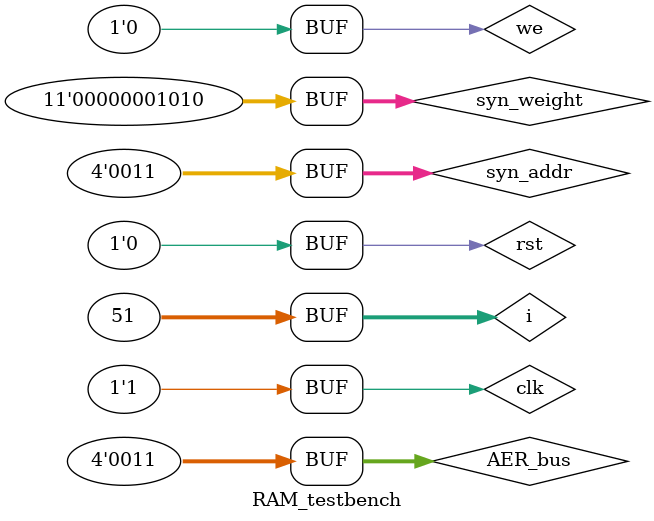
<source format=v>
module RAM(clk, rst, we, syn_addr, AER_bus, syn_weight, weight_out);

	parameter N_NEURONS=4;				// The number of neurons that have a synaptic connection to this neuron
	input we, rst, clk;					// 1-bit inputs write enabled & reset
	input [3:0] AER_bus, syn_addr;	// 4 bits inputs AER_bus and syn_addr
	input [10:0] syn_weight;			// 11 bits input syn_weight
	output reg [10:0] weight_out;			// 11 bits output weight (of neuron AER_bus)

	reg [10:0] memory [N_NEURONS-1:0];
	integer i;

	always @ (posedge clk) begin
					if (rst) begin
							weight_out <= 11'b00000000000;
							for (i=0; i<N_NEURONS; i= i+1)begin				// Set all connections to 0
								memory[i] <= 11'b00000000000;
							end
					end
					
					else begin
						if(we)
							memory[syn_addr] <= syn_weight;
						else
							weight_out <= memory[AER_bus];
					end
	end


endmodule 

module RAM_testbench();
	reg we, rst, clk;
	reg [3:0] AER_bus, syn_addr;
	reg [10:0] syn_weight;
	wire [10:0] weight_out;
	integer i;
	
	RAM dut (.clk(clk),
				.we(we),
			   .rst(rst),
				.AER_bus(AER_bus),
				.syn_addr(syn_addr),
				.syn_weight(syn_weight),
				.weight_out(weight_out)
				);

	initial begin
		rst = 1'b1;
		we  = 1'b0;    
		
		#20;
		rst = 1'b0;
		syn_addr = 3;
		syn_weight = 10;
		we = 1;
		#20;
		we = 0;
		AER_bus = 2;
		#20;
		AER_bus = 3;
		#20;
	end
	
	// Create a clock that switches every 10 timepoints
	initial begin
			clk  = 1'b0;
			for(i = 0; i<=50; i = i+1) begin
				#10 clk = ~clk; 
			end
	end

endmodule 
</source>
